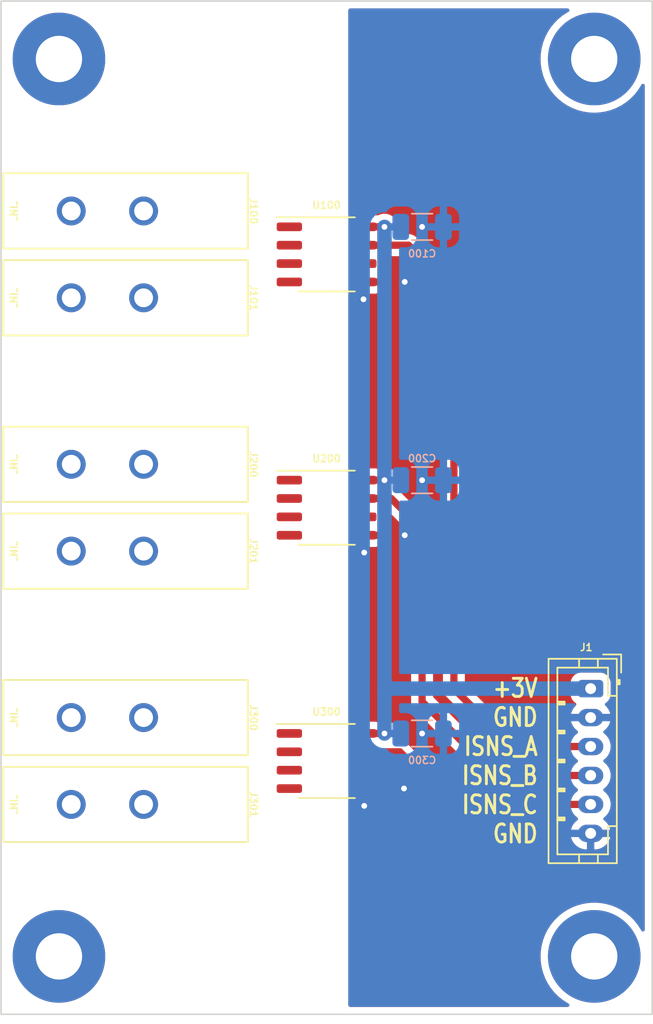
<source format=kicad_pcb>
(kicad_pcb (version 20211014) (generator pcbnew)
  (layers (0 "F.Cu" signal) (31 "B.Cu" signal) (36 "B.SilkS" user "B.Silkscreen") (37 "F.SilkS" user "F.Silkscreen") (38 "B.Mask" user) (39 "F.Mask" user) (44 "Edge.Cuts" user))
  (net 0 "")
  (net 1 "+3V3")
  (net 2 "GND")
  (net 3 "/ISNS_A")
  (net 4 "/ISNS_B")
  (net 5 "/ISNS_C")
  (net 10 "/PHA_IN")
  (net 11 "/PHA_OUT")
  (net 12 "/PHB_IN")
  (net 13 "/PHB_OUT")
  (net 14 "/PHC_IN")
  (net 15 "/PHC_OUT")
  (footprint "stm32f334_3phase_vfd:1904969" (layer "F.Cu") (at 85.75 114.8 -90)
    (fp_text reference "J301" (at 0 -7.6 -90 unlocked) (layer "F.SilkS") (effects (font (size 0.5 0.5) (thickness 0.1))))
    (fp_text value "PHC_OUT")
    (fp_text user "^IN^" (at 0 9 -90 unlocked) (layer "F.SilkS") (effects (font (size 0.5 0.5) (thickness 0.1))))
    (fp_line (start -2.6 9.7) (end 2.6 9.7) (layer "F.SilkS") (width 0.12))
    (fp_line (start 2.6 -7.2) (end -2.6 -7.2) (layer "F.SilkS") (width 0.12))
    (fp_line (start -2.6 -7.2) (end -2.6 9.7) (layer "F.SilkS") (width 0.12))
    (fp_line (start 2.6 9.7) (end 2.6 -7.2) (layer "F.SilkS") (width 0.12))
    (pad "1" thru_hole circle (at 0 0 270) (size 2 2) (drill 1.3) (layers *.Cu *.Mask) (net 15 "/PHC_OUT"))
    (pad "1" thru_hole circle (at 0 5 270) (size 2 2) (drill 1.3) (layers *.Cu *.Mask) (net 15 "/PHC_OUT"))
  )
  (footprint "stm32f334_3phase_vfd:1904969" (layer "F.Cu") (at 85.75 91.3 -90)
    (fp_text reference "J200" (at 0 -7.6 -90 unlocked) (layer "F.SilkS") (effects (font (size 0.5 0.5) (thickness 0.1))))
    (fp_text value "PHB_IN")
    (fp_text user "^IN^" (at 0 9 -90 unlocked) (layer "F.SilkS") (effects (font (size 0.5 0.5) (thickness 0.1))))
    (fp_line (start 2.6 9.7) (end 2.6 -7.2) (layer "F.SilkS") (width 0.12))
    (fp_line (start 2.6 -7.2) (end -2.6 -7.2) (layer "F.SilkS") (width 0.12))
    (fp_line (start -2.6 -7.2) (end -2.6 9.7) (layer "F.SilkS") (width 0.12))
    (fp_line (start -2.6 9.7) (end 2.6 9.7) (layer "F.SilkS") (width 0.12))
    (pad "1" thru_hole circle (at 0 0 270) (size 2 2) (drill 1.3) (layers *.Cu *.Mask) (net 12 "/PHB_IN"))
    (pad "1" thru_hole circle (at 0 5 270) (size 2 2) (drill 1.3) (layers *.Cu *.Mask) (net 12 "/PHB_IN"))
  )
  (footprint "Connector_JST:JST_PH_B6B-PH-K_1x06_P2.00mm_Vertical" (layer "F.Cu") (at 116.65 106.8 -90)
    (fp_text reference "J1" (at -2.85 0.3 180) (layer "F.SilkS") (effects (font (size 0.5 0.5) (thickness 0.1))))
    (fp_text value "Conn_01x06")
    (fp_line (start 5 2.3) (end 5 1.8) (layer "F.SilkS") (width 0.12))
    (fp_line (start -0.3 -1.91) (end -0.6 -1.91) (layer "F.SilkS") (width 0.12))
    (fp_line (start -0.3 -1.81) (end -0.3 -2.01) (layer "F.SilkS") (width 0.12))
    (fp_line (start 12.06 -0.5) (end 11.45 -0.5) (layer "F.SilkS") (width 0.12))
    (fp_line (start 4.9 2.3) (end 4.9 1.8) (layer "F.SilkS") (width 0.12))
    (fp_line (start 8.9 2.3) (end 8.9 1.8) (layer "F.SilkS") (width 0.12))
    (fp_line (start -2.06 0.8) (end -1.45 0.8) (layer "F.SilkS") (width 0.12))
    (fp_line (start 9.5 -1.2) (end 9.5 -1.81) (layer "F.SilkS") (width 0.12))
    (fp_line (start -1.11 -2.11) (end -2.36 -2.11) (layer "F.SilkS") (width 0.12))
    (fp_line (start 0.9 1.8) (end 1.1 1.8) (layer "F.SilkS") (width 0.12))
    (fp_line (start 0.5 -1.81) (end 0.5 -1.2) (layer "F.SilkS") (width 0.12))
    (fp_line (start -0.6 -2.01) (end -0.6 -1.81) (layer "F.SilkS") (width 0.12))
    (fp_line (start -1.45 2.3) (end 11.45 2.3) (layer "F.SilkS") (width 0.12))
    (fp_line (start 3 2.3) (end 3 1.8) (layer "F.SilkS") (width 0.12))
    (fp_line (start 9.1 1.8) (end 9.1 2.3) (layer "F.SilkS") (width 0.12))
    (fp_line (start 0.9 2.3) (end 0.9 1.8) (layer "F.SilkS") (width 0.12))
    (fp_line (start 7.1 1.8) (end 7.1 2.3) (layer "F.SilkS") (width 0.12))
    (fp_line (start 0.5 -1.2) (end -1.45 -1.2) (layer "F.SilkS") (width 0.12))
    (fp_line (start 7 2.3) (end 7 1.8) (layer "F.SilkS") (width 0.12))
    (fp_line (start 2.9 1.8) (end 3.1 1.8) (layer "F.SilkS") (width 0.12))
    (fp_line (start 4.9 1.8) (end 5.1 1.8) (layer "F.SilkS") (width 0.12))
    (fp_line (start -2.06 -0.5) (end -1.45 -0.5) (layer "F.SilkS") (width 0.12))
    (fp_line (start 8.9 1.8) (end 9.1 1.8) (layer "F.SilkS") (width 0.12))
    (fp_line (start 11.45 -1.2) (end 9.5 -1.2) (layer "F.SilkS") (width 0.12))
    (fp_line (start 12.06 2.91) (end 12.06 -1.81) (layer "F.SilkS") (width 0.12))
    (fp_line (start 2.9 2.3) (end 2.9 1.8) (layer "F.SilkS") (width 0.12))
    (fp_line (start 11.45 2.3) (end 11.45 -1.2) (layer "F.SilkS") (width 0.12))
    (fp_line (start 12.06 0.8) (end 11.45 0.8) (layer "F.SilkS") (width 0.12))
    (fp_line (start 1.1 1.8) (end 1.1 2.3) (layer "F.SilkS") (width 0.12))
    (fp_line (start -2.06 2.91) (end 12.06 2.91) (layer "F.SilkS") (width 0.12))
    (fp_line (start 12.06 -1.81) (end -2.06 -1.81) (layer "F.SilkS") (width 0.12))
    (fp_line (start -2.36 -2.11) (end -2.36 -0.86) (layer "F.SilkS") (width 0.12))
    (fp_line (start 3.1 1.8) (end 3.1 2.3) (layer "F.SilkS") (width 0.12))
    (fp_line (start -0.3 -2.01) (end -0.6 -2.01) (layer "F.SilkS") (width 0.12))
    (fp_line (start 6.9 1.8) (end 7.1 1.8) (layer "F.SilkS") (width 0.12))
    (fp_line (start 1 2.3) (end 1 1.8) (layer "F.SilkS") (width 0.12))
    (fp_line (start -1.45 -1.2) (end -1.45 2.3) (layer "F.SilkS") (width 0.12))
    (fp_line (start 5.1 1.8) (end 5.1 2.3) (layer "F.SilkS") (width 0.12))
    (fp_line (start 9 2.3) (end 9 1.8) (layer "F.SilkS") (width 0.12))
    (fp_line (start 6.9 2.3) (end 6.9 1.8) (layer "F.SilkS") (width 0.12))
    (fp_line (start -2.06 -1.81) (end -2.06 2.91) (layer "F.SilkS") (width 0.12))
    (pad "1" thru_hole roundrect (at 0 0 270) (size 1.2 1.75) (drill 0.75) (layers *.Cu *.Mask) (roundrect_rratio 0.208333) (net 1 "+3V3"))
    (pad "2" thru_hole oval (at 2 0 270) (size 1.2 1.75) (drill 0.75) (layers *.Cu *.Mask) (net 2 "GND"))
    (pad "3" thru_hole oval (at 4 0 270) (size 1.2 1.75) (drill 0.75) (layers *.Cu *.Mask) (net 3 "/ISNS_A"))
    (pad "4" thru_hole oval (at 6 0 270) (size 1.2 1.75) (drill 0.75) (layers *.Cu *.Mask) (net 4 "/ISNS_B"))
    (pad "5" thru_hole oval (at 8 0 270) (size 1.2 1.75) (drill 0.75) (layers *.Cu *.Mask) (net 5 "/ISNS_C"))
    (pad "6" thru_hole oval (at 10 0 270) (size 1.2 1.75) (drill 0.75) (layers *.Cu *.Mask) (net 2 "GND"))
  )
  (footprint "MountingHole:MountingHole_3.2mm_M3_Pad_TopBottom" (layer "F.Cu") (at 116.9 125.3)
    (fp_text reference "J4" hide)
    (fp_text value "MH")
    (pad "1" connect circle (at 0 0) (size 6.4 6.4) (layers "B.Cu" "B.Mask"))
    (pad "1" connect circle (at 0 0) (size 6.4 6.4) (layers "F.Cu" "F.Mask"))
    (pad "1" thru_hole circle (at 0 0) (size 3.6 3.6) (drill 3.2) (layers *.Cu *.Mask))
  )
  (footprint "Package_SO:SO-8_3.9x4.9mm_P1.27mm" (layer "F.Cu") (at 98.4 111.8)
    (fp_text reference "U300" (at 0 -3.4) (layer "F.SilkS") (effects (font (size 0.5 0.5) (thickness 0.1))))
    (fp_text value "CC6903SO-x0A")
    (fp_line (start 0 2.56) (end 1.95 2.56) (layer "F.SilkS") (width 0.12))
    (fp_line (start 0 2.56) (end -1.95 2.56) (layer "F.SilkS") (width 0.12))
    (fp_line (start 0 -2.56) (end 1.95 -2.56) (layer "F.SilkS") (width 0.12))
    (fp_line (start 0 -2.56) (end -3.45 -2.56) (layer "F.SilkS") (width 0.12))
    (pad "1" smd roundrect (at -2.575 -1.905) (size 1.75 0.6) (layers "F.Cu" "F.Paste" "F.Mask") (net 14 "/PHC_IN"))
    (pad "2" smd roundrect (at -2.575 -0.635) (size 1.75 0.6) (layers "F.Cu" "F.Paste" "F.Mask") (net 14 "/PHC_IN"))
    (pad "3" smd roundrect (at -2.575 0.635) (size 1.75 0.6) (layers "F.Cu" "F.Paste" "F.Mask") (net 15 "/PHC_OUT"))
    (pad "4" smd roundrect (at -2.575 1.905) (size 1.75 0.6) (layers "F.Cu" "F.Paste" "F.Mask") (net 15 "/PHC_OUT"))
    (pad "5" smd roundrect (at 2.575 1.905) (size 1.75 0.6) (layers "F.Cu" "F.Paste" "F.Mask") (net 2 "GND"))
    (pad "6" smd roundrect (at 2.575 0.635) (size 1.75 0.6) (layers "F.Cu" "F.Paste" "F.Mask"))
    (pad "7" smd roundrect (at 2.575 -0.635) (size 1.75 0.6) (layers "F.Cu" "F.Paste" "F.Mask") (net 5 "/ISNS_C"))
    (pad "8" smd roundrect (at 2.575 -1.905) (size 1.75 0.6) (layers "F.Cu" "F.Paste" "F.Mask") (net 1 "+3V3"))
  )
  (footprint "MountingHole:MountingHole_3.2mm_M3_Pad_TopBottom" (layer "F.Cu") (at 79.9 125.3)
    (fp_text reference "J5" hide)
    (fp_text value "MH")
    (pad "1" connect circle (at 0 0) (size 6.4 6.4) (layers "F.Cu" "F.Mask"))
    (pad "1" connect circle (at 0 0) (size 6.4 6.4) (layers "B.Cu" "B.Mask"))
    (pad "1" thru_hole circle (at 0 0) (size 3.6 3.6) (drill 3.2) (layers *.Cu *.Mask))
  )
  (footprint "MountingHole:MountingHole_3.2mm_M3_Pad_TopBottom" (layer "F.Cu") (at 116.9 63.3)
    (fp_text reference "J2" hide)
    (fp_text value "MH")
    (pad "1" connect circle (at 0 0) (size 6.4 6.4) (layers "F.Cu" "F.Mask"))
    (pad "1" thru_hole circle (at 0 0) (size 3.6 3.6) (drill 3.2) (layers *.Cu *.Mask))
    (pad "1" connect circle (at 0 0) (size 6.4 6.4) (layers "B.Cu" "B.Mask"))
  )
  (footprint "stm32f334_3phase_vfd:1904969" (layer "F.Cu") (at 85.75 79.8 -90)
    (fp_text reference "J101" (at 0 -7.6 -90 unlocked) (layer "F.SilkS") (effects (font (size 0.5 0.5) (thickness 0.1))))
    (fp_text value "PHA_OUT")
    (fp_text user "^IN^" (at 0 9 -90 unlocked) (layer "F.SilkS") (effects (font (size 0.5 0.5) (thickness 0.1))))
    (fp_line (start 2.6 9.7) (end 2.6 -7.2) (layer "F.SilkS") (width 0.12))
    (fp_line (start -2.6 9.7) (end 2.6 9.7) (layer "F.SilkS") (width 0.12))
    (fp_line (start -2.6 -7.2) (end -2.6 9.7) (layer "F.SilkS") (width 0.12))
    (fp_line (start 2.6 -7.2) (end -2.6 -7.2) (layer "F.SilkS") (width 0.12))
    (pad "1" thru_hole circle (at 0 5 270) (size 2 2) (drill 1.3) (layers *.Cu *.Mask) (net 11 "/PHA_OUT"))
    (pad "1" thru_hole circle (at 0 0 270) (size 2 2) (drill 1.3) (layers *.Cu *.Mask) (net 11 "/PHA_OUT"))
  )
  (footprint "Package_SO:SO-8_3.9x4.9mm_P1.27mm" (layer "F.Cu") (at 98.4 76.8)
    (fp_text reference "U100" (at 0 -3.4) (layer "F.SilkS") (effects (font (size 0.5 0.5) (thickness 0.1))))
    (fp_text value "CC6903SO-x0A")
    (fp_line (start 0 -2.56) (end -3.45 -2.56) (layer "F.SilkS") (width 0.12))
    (fp_line (start 0 2.56) (end -1.95 2.56) (layer "F.SilkS") (width 0.12))
    (fp_line (start 0 2.56) (end 1.95 2.56) (layer "F.SilkS") (width 0.12))
    (fp_line (start 0 -2.56) (end 1.95 -2.56) (layer "F.SilkS") (width 0.12))
    (pad "1" smd roundrect (at -2.575 -1.905) (size 1.75 0.6) (layers "F.Cu" "F.Paste" "F.Mask") (net 10 "/PHA_IN"))
    (pad "2" smd roundrect (at -2.575 -0.635) (size 1.75 0.6) (layers "F.Cu" "F.Paste" "F.Mask") (net 10 "/PHA_IN"))
    (pad "3" smd roundrect (at -2.575 0.635) (size 1.75 0.6) (layers "F.Cu" "F.Paste" "F.Mask") (net 11 "/PHA_OUT"))
    (pad "4" smd roundrect (at -2.575 1.905) (size 1.75 0.6) (layers "F.Cu" "F.Paste" "F.Mask") (net 11 "/PHA_OUT"))
    (pad "5" smd roundrect (at 2.575 1.905) (size 1.75 0.6) (layers "F.Cu" "F.Paste" "F.Mask") (net 2 "GND"))
    (pad "6" smd roundrect (at 2.575 0.635) (size 1.75 0.6) (layers "F.Cu" "F.Paste" "F.Mask"))
    (pad "7" smd roundrect (at 2.575 -0.635) (size 1.75 0.6) (layers "F.Cu" "F.Paste" "F.Mask") (net 3 "/ISNS_A"))
    (pad "8" smd roundrect (at 2.575 -1.905) (size 1.75 0.6) (layers "F.Cu" "F.Paste" "F.Mask") (net 1 "+3V3"))
  )
  (footprint "stm32f334_3phase_vfd:1904969" (layer "F.Cu") (at 85.75 108.8 -90)
    (fp_text reference "J300" (at 0 -7.6 -90 unlocked) (layer "F.SilkS") (effects (font (size 0.5 0.5) (thickness 0.1))))
    (fp_text value "PHC_IN")
    (fp_text user "^IN^" (at 0 9 -90 unlocked) (layer "F.SilkS") (effects (font (size 0.5 0.5) (thickness 0.1))))
    (fp_line (start -2.6 -7.2) (end -2.6 9.7) (layer "F.SilkS") (width 0.12))
    (fp_line (start -2.6 9.7) (end 2.6 9.7) (layer "F.SilkS") (width 0.12))
    (fp_line (start 2.6 9.7) (end 2.6 -7.2) (layer "F.SilkS") (width 0.12))
    (fp_line (start 2.6 -7.2) (end -2.6 -7.2) (layer "F.SilkS") (width 0.12))
    (pad "1" thru_hole circle (at 0 0 270) (size 2 2) (drill 1.3) (layers *.Cu *.Mask) (net 14 "/PHC_IN"))
    (pad "1" thru_hole circle (at 0 5 270) (size 2 2) (drill 1.3) (layers *.Cu *.Mask) (net 14 "/PHC_IN"))
  )
  (footprint "MountingHole:MountingHole_3.2mm_M3_Pad_TopBottom" (layer "F.Cu") (at 79.9 63.3)
    (fp_text reference "J3" hide)
    (fp_text value "MH")
    (pad "1" connect circle (at 0 0) (size 6.4 6.4) (layers "F.Cu" "F.Mask"))
    (pad "1" thru_hole circle (at 0 0) (size 3.6 3.6) (drill 3.2) (layers *.Cu *.Mask))
    (pad "1" connect circle (at 0 0) (size 6.4 6.4) (layers "B.Cu" "B.Mask"))
  )
  (footprint "Package_SO:SO-8_3.9x4.9mm_P1.27mm" (layer "F.Cu") (at 98.4 94.3)
    (fp_text reference "U200" (at 0 -3.4) (layer "F.SilkS") (effects (font (size 0.5 0.5) (thickness 0.1))))
    (fp_text value "CC6903SO-x0A")
    (fp_line (start 0 -2.56) (end 1.95 -2.56) (layer "F.SilkS") (width 0.12))
    (fp_line (start 0 -2.56) (end -3.45 -2.56) (layer "F.SilkS") (width 0.12))
    (fp_line (start 0 2.56) (end 1.95 2.56) (layer "F.SilkS") (width 0.12))
    (fp_line (start 0 2.56) (end -1.95 2.56) (layer "F.SilkS") (width 0.12))
    (pad "1" smd roundrect (at -2.575 -1.905) (size 1.75 0.6) (layers "F.Cu" "F.Paste" "F.Mask") (net 12 "/PHB_IN"))
    (pad "2" smd roundrect (at -2.575 -0.635) (size 1.75 0.6) (layers "F.Cu" "F.Paste" "F.Mask") (net 12 "/PHB_IN"))
    (pad "3" smd roundrect (at -2.575 0.635) (size 1.75 0.6) (layers "F.Cu" "F.Paste" "F.Mask") (net 13 "/PHB_OUT"))
    (pad "4" smd roundrect (at -2.575 1.905) (size 1.75 0.6) (layers "F.Cu" "F.Paste" "F.Mask") (net 13 "/PHB_OUT"))
    (pad "5" smd roundrect (at 2.575 1.905) (size 1.75 0.6) (layers "F.Cu" "F.Paste" "F.Mask") (net 2 "GND"))
    (pad "6" smd roundrect (at 2.575 0.635) (size 1.75 0.6) (layers "F.Cu" "F.Paste" "F.Mask"))
    (pad "7" smd roundrect (at 2.575 -0.635) (size 1.75 0.6) (layers "F.Cu" "F.Paste" "F.Mask") (net 4 "/ISNS_B"))
    (pad "8" smd roundrect (at 2.575 -1.905) (size 1.75 0.6) (layers "F.Cu" "F.Paste" "F.Mask") (net 1 "+3V3"))
  )
  (footprint "stm32f334_3phase_vfd:1904969" (layer "F.Cu") (at 85.75 97.3 -90)
    (fp_text reference "J201" (at 0 -7.6 -90 unlocked) (layer "F.SilkS") (effects (font (size 0.5 0.5) (thickness 0.1))))
    (fp_text value "PHB_OUT")
    (fp_text user "^IN^" (at 0 9 -90 unlocked) (layer "F.SilkS") (effects (font (size 0.5 0.5) (thickness 0.1))))
    (fp_line (start 2.6 9.7) (end 2.6 -7.2) (layer "F.SilkS") (width 0.12))
    (fp_line (start 2.6 -7.2) (end -2.6 -7.2) (layer "F.SilkS") (width 0.12))
    (fp_line (start -2.6 9.7) (end 2.6 9.7) (layer "F.SilkS") (width 0.12))
    (fp_line (start -2.6 -7.2) (end -2.6 9.7) (layer "F.SilkS") (width 0.12))
    (pad "1" thru_hole circle (at 0 0 270) (size 2 2) (drill 1.3) (layers *.Cu *.Mask) (net 13 "/PHB_OUT"))
    (pad "1" thru_hole circle (at 0 5 270) (size 2 2) (drill 1.3) (layers *.Cu *.Mask) (net 13 "/PHB_OUT"))
  )
  (footprint "stm32f334_3phase_vfd:1904969" (layer "F.Cu") (at 85.75 73.8 -90)
    (fp_text reference "J100" (at 0 -7.6 -90 unlocked) (layer "F.SilkS") (effects (font (size 0.5 0.5) (thickness 0.1))))
    (fp_text value "PHA_IN")
    (fp_text user "^IN^" (at 0 9 -90 unlocked) (layer "F.SilkS") (effects (font (size 0.5 0.5) (thickness 0.1))))
    (fp_line (start -2.6 -7.2) (end -2.6 9.7) (layer "F.SilkS") (width 0.12))
    (fp_line (start 2.6 9.7) (end 2.6 -7.2) (layer "F.SilkS") (width 0.12))
    (fp_line (start 2.6 -7.2) (end -2.6 -7.2) (layer "F.SilkS") (width 0.12))
    (fp_line (start -2.6 9.7) (end 2.6 9.7) (layer "F.SilkS") (width 0.12))
    (pad "1" thru_hole circle (at 0 0 270) (size 2 2) (drill 1.3) (layers *.Cu *.Mask) (net 10 "/PHA_IN"))
    (pad "1" thru_hole circle (at 0 5 270) (size 2 2) (drill 1.3) (layers *.Cu *.Mask) (net 10 "/PHA_IN"))
  )
  (footprint "Capacitor_SMD:C_1206_3216Metric" (layer "B.Cu") (at 105 109.9)
    (fp_text reference "C300" (at 0 1.85) (layer "B.SilkS") (effects (font (size 0.5 0.5) (thickness 0.1)) (justify mirror)))
    (fp_text value "100n")
    (fp_line (start -0.711252 -0.91) (end 0.711252 -0.91) (layer "B.SilkS") (width 0.12))
    (fp_line (start -0.711252 0.91) (end 0.711252 0.91) (layer "B.SilkS") (width 0.12))
    (pad "1" smd roundrect (at -1.475 0) (size 1.15 1.8) (layers "B.Cu" "B.Paste" "B.Mask") (roundrect_rratio 0.217391) (net 1 "+3V3"))
    (pad "2" smd roundrect (at 1.475 0) (size 1.15 1.8) (layers "B.Cu" "B.Paste" "B.Mask") (roundrect_rratio 0.217391) (net 2 "GND"))
  )
  (footprint "Capacitor_SMD:C_1206_3216Metric" (layer "B.Cu") (at 105 92.4)
    (fp_text reference "C200" (at 0 -1.5) (layer "B.SilkS") (effects (font (size 0.5 0.5) (thickness 0.1)) (justify mirror)))
    (fp_text value "100n")
    (fp_line (start -0.711252 -0.91) (end 0.711252 -0.91) (layer "B.SilkS") (width 0.12))
    (fp_line (start -0.711252 0.91) (end 0.711252 0.91) (layer "B.SilkS") (width 0.12))
    (pad "1" smd roundrect (at -1.475 0) (size 1.15 1.8) (layers "B.Cu" "B.Paste" "B.Mask") (roundrect_rratio 0.217391) (net 1 "+3V3"))
    (pad "2" smd roundrect (at 1.475 0) (size 1.15 1.8) (layers "B.Cu" "B.Paste" "B.Mask") (roundrect_rratio 0.217391) (net 2 "GND"))
  )
  (footprint "Capacitor_SMD:C_1206_3216Metric" (layer "B.Cu") (at 105 74.9)
    (fp_text reference "C100" (at 0 1.85) (layer "B.SilkS") (effects (font (size 0.5 0.5) (thickness 0.1)) (justify mirror)))
    (fp_text value "100n")
    (fp_line (start -0.711252 0.91) (end 0.711252 0.91) (layer "B.SilkS") (width 0.12))
    (fp_line (start -0.711252 -0.91) (end 0.711252 -0.91) (layer "B.SilkS") (width 0.12))
    (pad "1" smd roundrect (at -1.475 0) (size 1.15 1.8) (layers "B.Cu" "B.Paste" "B.Mask") (roundrect_rratio 0.217391) (net 1 "+3V3"))
    (pad "2" smd roundrect (at 1.475 0) (size 1.15 1.8) (layers "B.Cu" "B.Paste" "B.Mask") (roundrect_rratio 0.217391) (net 2 "GND"))
  )
  (gr_rect (start 75.9 59.3) (end 120.9 129.3) (layer "Edge.Cuts") (width 0.1) (fill none))
  (gr_text "+3V\nGND\nISNS_A\nISNS_B\nISNS_C\nGND" (at 113.1 111.8) (layer "F.SilkS") (effects (font (size 1.25 1) (thickness 0.2)) (justify right)))
  (segment (start 102.395 92.395) (end 102.4 92.4) (width 0.5) (layer "F.Cu") (net 1))
  (segment (start 102.395 74.895) (end 102.4 74.9) (width 0.5) (layer "F.Cu") (net 1))
  (segment (start 102.395 109.895) (end 102.4 109.9) (width 0.5) (layer "F.Cu") (net 1))
  (segment (start 100.975 74.895) (end 102.395 74.895) (width 0.5) (layer "F.Cu") (net 1))
  (segment (start 100.975 92.395) (end 102.395 92.395) (width 0.5) (layer "F.Cu") (net 1))
  (segment (start 100.975 109.895) (end 102.395 109.895) (width 0.5) (layer "F.Cu") (net 1))
  (via (at 102.4 92.4) (size 0.8) (drill 0.4) (layers "F.Cu" "B.Cu") (net 1))
  (via (at 102.4 109.9) (size 0.8) (drill 0.4) (layers "F.Cu" "B.Cu") (net 1))
  (via (at 102.4 74.9) (size 0.8) (drill 0.4) (layers "F.Cu" "B.Cu") (net 1))
  (segment (start 116.65 106.8) (end 102.4 106.8) (width 1) (layer "B.Cu") (net 1))
  (segment (start 102.4 106.8) (end 102.4 74.9) (width 1) (layer "B.Cu") (net 1))
  (segment (start 102.4 74.9) (end 103.525 74.9) (width 0.5) (layer "B.Cu") (net 1))
  (segment (start 102.4 109.9) (end 103.525 109.9) (width 0.5) (layer "B.Cu") (net 1))
  (segment (start 102.4 109.9) (end 102.4 106.8) (width 1) (layer "B.Cu") (net 1))
  (segment (start 102.4 92.4) (end 103.525 92.4) (width 0.5) (layer "B.Cu") (net 1))
  (via (at 105 109.9) (size 0.8) (drill 0.4) (layers "F.Cu" "B.Cu") (net 2))
  (via (at 103.8 78.7) (size 0.8) (drill 0.4) (layers "F.Cu" "B.Cu") (net 2))
  (via (at 105 92.4) (size 0.8) (drill 0.4) (layers "F.Cu" "B.Cu") (net 2))
  (via (at 101 114.9) (size 0.8) (drill 0.4) (layers "F.Cu" "B.Cu") (net 2))
  (via (at 103.75 113.7) (size 0.8) (drill 0.4) (layers "F.Cu" "B.Cu") (net 2))
  (via (at 101 97.4) (size 0.8) (drill 0.4) (layers "F.Cu" "B.Cu") (net 2))
  (via (at 103.8 96.2) (size 0.8) (drill 0.4) (layers "F.Cu" "B.Cu") (net 2))
  (via (at 105 74.9) (size 0.8) (drill 0.4) (layers "F.Cu" "B.Cu") (net 2))
  (via (at 100.95 79.9) (size 0.8) (drill 0.4) (layers "F.Cu" "B.Cu") (net 2))
  (segment (start 104.065 76.165) (end 100.975 76.165) (width 0.5) (layer "F.Cu") (net 3))
  (segment (start 107.2 79.3) (end 104.065 76.165) (width 0.5) (layer "F.Cu") (net 3))
  (segment (start 111.2 110.8) (end 107.2 106.8) (width 0.5) (layer "F.Cu") (net 3))
  (segment (start 107.2 106.8) (end 107.2 79.3) (width 0.5) (layer "F.Cu") (net 3))
  (segment (start 116.65 110.8) (end 111.2 110.8) (width 0.5) (layer "F.Cu") (net 3))
  (segment (start 105 107.7) (end 105 95.8) (width 0.5) (layer "F.Cu") (net 4))
  (segment (start 105 95.8) (end 102.865 93.665) (width 0.5) (layer "F.Cu") (net 4))
  (segment (start 102.865 93.665) (end 100.975 93.665) (width 0.5) (layer "F.Cu") (net 4))
  (segment (start 110.1 112.8) (end 105 107.7) (width 0.5) (layer "F.Cu") (net 4))
  (segment (start 116.65 112.8) (end 110.1 112.8) (width 0.5) (layer "F.Cu") (net 4))
  (segment (start 103.465 111.165) (end 107.1 114.8) (width 0.5) (layer "F.Cu") (net 5))
  (segment (start 107.1 114.8) (end 116.65 114.8) (width 0.5) (layer "F.Cu") (net 5))
  (segment (start 100.975 111.165) (end 103.465 111.165) (width 0.5) (layer "F.Cu") (net 5))
  (zone (net 2) (net_name "GND") (layers F&B.Cu) (connect_pads (clearance 0.508)) (min_thickness 0.254) (fill yes (thermal_gap 0.508) (thermal_bridge_width 0.508))
    (polygon (pts (xy 120.9 129.3) (xy 99.9 129.3) (xy 99.9 59.3) (xy 120.9 59.3)))
  )
)
</source>
